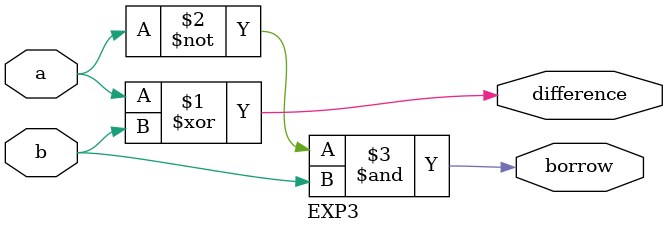
<source format=v>
module EXP3(a,b,difference,borrow); 
input a,b; 
output difference,borrow; 
assign difference= (a ^ b); 
assign borrow= ( ~a & b); 
endmodule 
</source>
